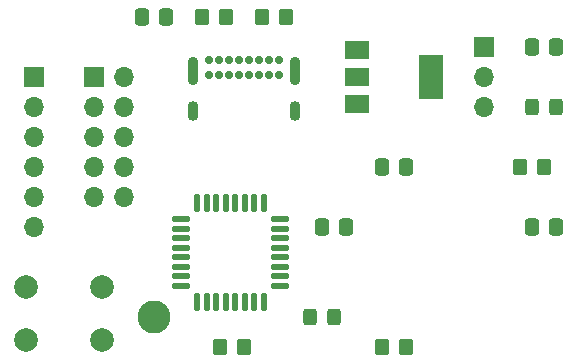
<source format=gbr>
%TF.GenerationSoftware,KiCad,Pcbnew,(6.0.5)*%
%TF.CreationDate,2024-02-02T14:17:11-06:00*%
%TF.ProjectId,exercise4_vbn3_ryfu2,65786572-6369-4736-9534-5f76626e335f,rev?*%
%TF.SameCoordinates,Original*%
%TF.FileFunction,Soldermask,Top*%
%TF.FilePolarity,Negative*%
%FSLAX46Y46*%
G04 Gerber Fmt 4.6, Leading zero omitted, Abs format (unit mm)*
G04 Created by KiCad (PCBNEW (6.0.5)) date 2024-02-02 14:17:11*
%MOMM*%
%LPD*%
G01*
G04 APERTURE LIST*
G04 Aperture macros list*
%AMRoundRect*
0 Rectangle with rounded corners*
0 $1 Rounding radius*
0 $2 $3 $4 $5 $6 $7 $8 $9 X,Y pos of 4 corners*
0 Add a 4 corners polygon primitive as box body*
4,1,4,$2,$3,$4,$5,$6,$7,$8,$9,$2,$3,0*
0 Add four circle primitives for the rounded corners*
1,1,$1+$1,$2,$3*
1,1,$1+$1,$4,$5*
1,1,$1+$1,$6,$7*
1,1,$1+$1,$8,$9*
0 Add four rect primitives between the rounded corners*
20,1,$1+$1,$2,$3,$4,$5,0*
20,1,$1+$1,$4,$5,$6,$7,0*
20,1,$1+$1,$6,$7,$8,$9,0*
20,1,$1+$1,$8,$9,$2,$3,0*%
G04 Aperture macros list end*
%ADD10C,0.700000*%
%ADD11O,0.900000X1.700000*%
%ADD12O,0.900000X2.400000*%
%ADD13RoundRect,0.250000X-0.350000X-0.450000X0.350000X-0.450000X0.350000X0.450000X-0.350000X0.450000X0*%
%ADD14R,1.700000X1.700000*%
%ADD15O,1.700000X1.700000*%
%ADD16RoundRect,0.125000X-0.625000X-0.125000X0.625000X-0.125000X0.625000X0.125000X-0.625000X0.125000X0*%
%ADD17RoundRect,0.125000X-0.125000X-0.625000X0.125000X-0.625000X0.125000X0.625000X-0.125000X0.625000X0*%
%ADD18R,2.000000X1.500000*%
%ADD19R,2.000000X3.800000*%
%ADD20C,2.800000*%
%ADD21C,2.000000*%
%ADD22RoundRect,0.250000X-0.325000X-0.450000X0.325000X-0.450000X0.325000X0.450000X-0.325000X0.450000X0*%
%ADD23RoundRect,0.250000X-0.337500X-0.475000X0.337500X-0.475000X0.337500X0.475000X-0.337500X0.475000X0*%
G04 APERTURE END LIST*
D10*
%TO.C,J1*%
X154505000Y-51855000D03*
X155355000Y-51855000D03*
X156205000Y-51855000D03*
X157055000Y-51855000D03*
X157905000Y-51855000D03*
X158755000Y-51855000D03*
X159605000Y-51855000D03*
X160455000Y-51855000D03*
X160455000Y-53205000D03*
X159605000Y-53205000D03*
X158755000Y-53205000D03*
X157905000Y-53205000D03*
X157055000Y-53205000D03*
X156205000Y-53205000D03*
X155355000Y-53205000D03*
X154505000Y-53205000D03*
D11*
X161805000Y-56215000D03*
X153155000Y-56215000D03*
D12*
X161805000Y-52835000D03*
X153155000Y-52835000D03*
%TD*%
D13*
%TO.C,R5*%
X159020000Y-48260000D03*
X161020000Y-48260000D03*
%TD*%
%TO.C,R4*%
X153940000Y-48260000D03*
X155940000Y-48260000D03*
%TD*%
D14*
%TO.C,J4*%
X139700000Y-53340000D03*
D15*
X139700000Y-55880000D03*
X139700000Y-58420000D03*
X139700000Y-60960000D03*
X139700000Y-63500000D03*
X139700000Y-66040000D03*
%TD*%
D14*
%TO.C,J3*%
X177800000Y-50800000D03*
D15*
X177800000Y-53340000D03*
X177800000Y-55880000D03*
%TD*%
D14*
%TO.C,J2*%
X144780000Y-53340000D03*
D15*
X147320000Y-53340000D03*
X144780000Y-55880000D03*
X147320000Y-55880000D03*
X144780000Y-58420000D03*
X147320000Y-58420000D03*
X144780000Y-60960000D03*
X147320000Y-60960000D03*
X144780000Y-63500000D03*
X147320000Y-63500000D03*
%TD*%
D16*
%TO.C,U2*%
X152165000Y-65390000D03*
X152165000Y-66190000D03*
X152165000Y-66990000D03*
X152165000Y-67790000D03*
X152165000Y-68590000D03*
X152165000Y-69390000D03*
X152165000Y-70190000D03*
X152165000Y-70990000D03*
D17*
X153540000Y-72365000D03*
X154340000Y-72365000D03*
X155140000Y-72365000D03*
X155940000Y-72365000D03*
X156740000Y-72365000D03*
X157540000Y-72365000D03*
X158340000Y-72365000D03*
X159140000Y-72365000D03*
D16*
X160515000Y-70990000D03*
X160515000Y-70190000D03*
X160515000Y-69390000D03*
X160515000Y-68590000D03*
X160515000Y-67790000D03*
X160515000Y-66990000D03*
X160515000Y-66190000D03*
X160515000Y-65390000D03*
D17*
X159140000Y-64015000D03*
X158340000Y-64015000D03*
X157540000Y-64015000D03*
X156740000Y-64015000D03*
X155940000Y-64015000D03*
X155140000Y-64015000D03*
X154340000Y-64015000D03*
X153540000Y-64015000D03*
%TD*%
D18*
%TO.C,U1*%
X167030000Y-51040000D03*
D19*
X173330000Y-53340000D03*
D18*
X167030000Y-53340000D03*
X167030000Y-55640000D03*
%TD*%
D20*
%TO.C,TP1*%
X149860000Y-73660000D03*
%TD*%
D21*
%TO.C,SW1*%
X145490000Y-71120000D03*
X138990000Y-71120000D03*
X138990000Y-75620000D03*
X145490000Y-75620000D03*
%TD*%
D13*
%TO.C,R3*%
X171180000Y-76200000D03*
X169180000Y-76200000D03*
%TD*%
%TO.C,R2*%
X155480000Y-76200000D03*
X157480000Y-76200000D03*
%TD*%
%TO.C,R1*%
X180880000Y-60960000D03*
X182880000Y-60960000D03*
%TD*%
D22*
%TO.C,D2*%
X163050000Y-73660000D03*
X165100000Y-73660000D03*
%TD*%
%TO.C,D1*%
X181855000Y-55880000D03*
X183905000Y-55880000D03*
%TD*%
D23*
%TO.C,C5*%
X181842500Y-50800000D03*
X183917500Y-50800000D03*
%TD*%
%TO.C,C4*%
X148822500Y-48260000D03*
X150897500Y-48260000D03*
%TD*%
%TO.C,C3*%
X169142500Y-60960000D03*
X171217500Y-60960000D03*
%TD*%
%TO.C,C2*%
X181842500Y-66040000D03*
X183917500Y-66040000D03*
%TD*%
%TO.C,C1*%
X164062500Y-66040000D03*
X166137500Y-66040000D03*
%TD*%
M02*

</source>
